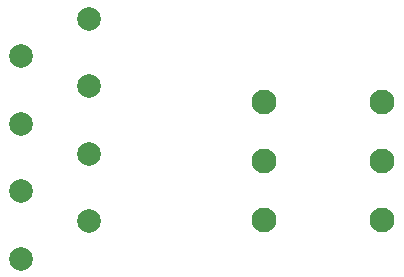
<source format=gbr>
G04 #@! TF.GenerationSoftware,KiCad,Pcbnew,(5.1.8-0-10_14)*
G04 #@! TF.CreationDate,2021-01-03T16:49:30+01:00*
G04 #@! TF.ProjectId,alps-adapter,616c7073-2d61-4646-9170-7465722e6b69,rev?*
G04 #@! TF.SameCoordinates,Original*
G04 #@! TF.FileFunction,Soldermask,Top*
G04 #@! TF.FilePolarity,Negative*
%FSLAX46Y46*%
G04 Gerber Fmt 4.6, Leading zero omitted, Abs format (unit mm)*
G04 Created by KiCad (PCBNEW (5.1.8-0-10_14)) date 2021-01-03 16:49:30*
%MOMM*%
%LPD*%
G01*
G04 APERTURE LIST*
%ADD10C,2.100000*%
%ADD11C,2.000000*%
G04 APERTURE END LIST*
D10*
X202645000Y-89615000D03*
X202645000Y-94615000D03*
X202645000Y-99615000D03*
X192645000Y-89615000D03*
X192645000Y-94615000D03*
X192645000Y-99615000D03*
D11*
X172085000Y-91440000D03*
X172085000Y-85725000D03*
X172085000Y-102870000D03*
X172085000Y-97155000D03*
X177800000Y-99695000D03*
X177800000Y-93980000D03*
X177800000Y-88265000D03*
X177800000Y-82550000D03*
M02*

</source>
